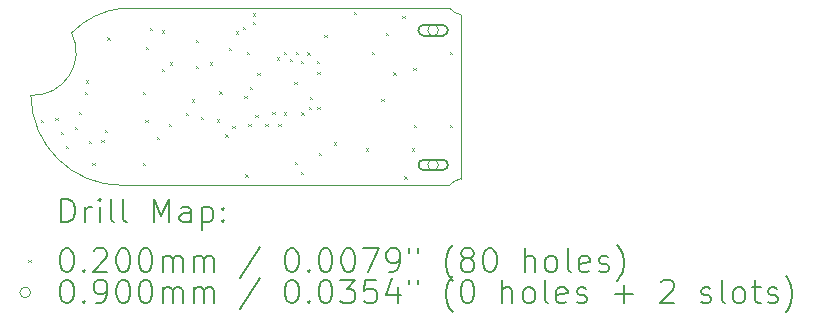
<source format=gbr>
%TF.GenerationSoftware,KiCad,Pcbnew,7.0.7*%
%TF.CreationDate,2024-04-01T13:08:05+02:00*%
%TF.ProjectId,ovrdrive,6f767264-7269-4766-952e-6b696361645f,rev?*%
%TF.SameCoordinates,Original*%
%TF.FileFunction,Drillmap*%
%TF.FilePolarity,Positive*%
%FSLAX45Y45*%
G04 Gerber Fmt 4.5, Leading zero omitted, Abs format (unit mm)*
G04 Created by KiCad (PCBNEW 7.0.7) date 2024-04-01 13:08:05*
%MOMM*%
%LPD*%
G01*
G04 APERTURE LIST*
%ADD10C,0.050000*%
%ADD11C,0.200000*%
%ADD12C,0.020000*%
%ADD13C,0.090000*%
G04 APERTURE END LIST*
D10*
X11580000Y-11162372D02*
X14348446Y-11162372D01*
X11579999Y-9662376D02*
G75*
G03*
X11150000Y-9870724I77211J-707254D01*
G01*
X10803822Y-10400780D02*
G75*
G03*
X11580000Y-11162372I770138J8570D01*
G01*
X14443451Y-11107373D02*
G75*
G03*
X14348452Y-11162372I32589J-165837D01*
G01*
X14348452Y-9662371D02*
G75*
G03*
X14443451Y-9717372I127588J110831D01*
G01*
X14443446Y-9717372D02*
X14443446Y-11107372D01*
X10803826Y-10400780D02*
G75*
G03*
X11150000Y-9870724I16251J367456D01*
G01*
X11580000Y-9662372D02*
X14348446Y-9662372D01*
D11*
D12*
X10890000Y-10610000D02*
X10910000Y-10630000D01*
X10910000Y-10610000D02*
X10890000Y-10630000D01*
X11010000Y-10590000D02*
X11030000Y-10610000D01*
X11030000Y-10590000D02*
X11010000Y-10610000D01*
X11056563Y-10710659D02*
X11076563Y-10730659D01*
X11076563Y-10710659D02*
X11056563Y-10730659D01*
X11100000Y-10830000D02*
X11120000Y-10850000D01*
X11120000Y-10830000D02*
X11100000Y-10850000D01*
X11175904Y-10667223D02*
X11195904Y-10687223D01*
X11195904Y-10667223D02*
X11175904Y-10687223D01*
X11210050Y-10539500D02*
X11230050Y-10559500D01*
X11230050Y-10539500D02*
X11210050Y-10559500D01*
X11260000Y-10370000D02*
X11280000Y-10390000D01*
X11280000Y-10370000D02*
X11260000Y-10390000D01*
X11270000Y-10272950D02*
X11290000Y-10292950D01*
X11290000Y-10272950D02*
X11270000Y-10292950D01*
X11293000Y-10785000D02*
X11313000Y-10805000D01*
X11313000Y-10785000D02*
X11293000Y-10805000D01*
X11325000Y-10970000D02*
X11345000Y-10990000D01*
X11345000Y-10970000D02*
X11325000Y-10990000D01*
X11400000Y-10780000D02*
X11420000Y-10800000D01*
X11420000Y-10780000D02*
X11400000Y-10800000D01*
X11430000Y-10690000D02*
X11450000Y-10710000D01*
X11450000Y-10690000D02*
X11430000Y-10710000D01*
X11450000Y-9910000D02*
X11470000Y-9930000D01*
X11470000Y-9910000D02*
X11450000Y-9930000D01*
X11750000Y-10370000D02*
X11770000Y-10390000D01*
X11770000Y-10370000D02*
X11750000Y-10390000D01*
X11750000Y-10970000D02*
X11770000Y-10990000D01*
X11770000Y-10970000D02*
X11750000Y-10990000D01*
X11774550Y-10610000D02*
X11794550Y-10630000D01*
X11794550Y-10610000D02*
X11774550Y-10630000D01*
X11780000Y-9990000D02*
X11800000Y-10010000D01*
X11800000Y-9990000D02*
X11780000Y-10010000D01*
X11810000Y-9830000D02*
X11830000Y-9850000D01*
X11830000Y-9830000D02*
X11810000Y-9850000D01*
X11870000Y-10750000D02*
X11890000Y-10770000D01*
X11890000Y-10750000D02*
X11870000Y-10770000D01*
X11914335Y-10174335D02*
X11934335Y-10194335D01*
X11934335Y-10174335D02*
X11914335Y-10194335D01*
X11915000Y-9850000D02*
X11935000Y-9870000D01*
X11935000Y-9850000D02*
X11915000Y-9870000D01*
X11970000Y-10640000D02*
X11990000Y-10660000D01*
X11990000Y-10640000D02*
X11970000Y-10660000D01*
X11980000Y-10120000D02*
X12000000Y-10140000D01*
X12000000Y-10120000D02*
X11980000Y-10140000D01*
X12118377Y-10550000D02*
X12138377Y-10570000D01*
X12138377Y-10550000D02*
X12118377Y-10570000D01*
X12167021Y-10432979D02*
X12187021Y-10452979D01*
X12187021Y-10432979D02*
X12167021Y-10452979D01*
X12200000Y-9930000D02*
X12220000Y-9950000D01*
X12220000Y-9930000D02*
X12200000Y-9950000D01*
X12200000Y-10150000D02*
X12220000Y-10170000D01*
X12220000Y-10150000D02*
X12200000Y-10170000D01*
X12245000Y-10585000D02*
X12265000Y-10605000D01*
X12265000Y-10585000D02*
X12245000Y-10605000D01*
X12320000Y-10120450D02*
X12340000Y-10140450D01*
X12340000Y-10120450D02*
X12320000Y-10140450D01*
X12380000Y-10605000D02*
X12400000Y-10625000D01*
X12400000Y-10605000D02*
X12380000Y-10625000D01*
X12400450Y-10366415D02*
X12420450Y-10386415D01*
X12420450Y-10366415D02*
X12400450Y-10386415D01*
X12450000Y-10730000D02*
X12470000Y-10750000D01*
X12470000Y-10730000D02*
X12450000Y-10750000D01*
X12480000Y-10000000D02*
X12500000Y-10020000D01*
X12500000Y-10000000D02*
X12480000Y-10020000D01*
X12510000Y-10660000D02*
X12530000Y-10680000D01*
X12530000Y-10660000D02*
X12510000Y-10680000D01*
X12540000Y-9860000D02*
X12560000Y-9880000D01*
X12560000Y-9860000D02*
X12540000Y-9880000D01*
X12597270Y-9817950D02*
X12617270Y-9837950D01*
X12617270Y-9817950D02*
X12597270Y-9837950D01*
X12610450Y-10405000D02*
X12630450Y-10425000D01*
X12630450Y-10405000D02*
X12610450Y-10425000D01*
X12620000Y-11070000D02*
X12640000Y-11090000D01*
X12640000Y-11070000D02*
X12620000Y-11090000D01*
X12630000Y-10030000D02*
X12650000Y-10050000D01*
X12650000Y-10030000D02*
X12630000Y-10050000D01*
X12645000Y-10640000D02*
X12665000Y-10660000D01*
X12665000Y-10640000D02*
X12645000Y-10660000D01*
X12657737Y-10328465D02*
X12677737Y-10348465D01*
X12677737Y-10328465D02*
X12657737Y-10348465D01*
X12685000Y-9705000D02*
X12705000Y-9725000D01*
X12705000Y-9705000D02*
X12685000Y-9725000D01*
X12685000Y-9780000D02*
X12705000Y-9800000D01*
X12705000Y-9780000D02*
X12685000Y-9800000D01*
X12705000Y-10564050D02*
X12725000Y-10584050D01*
X12725000Y-10564050D02*
X12705000Y-10584050D01*
X12720000Y-10210000D02*
X12740000Y-10230000D01*
X12740000Y-10210000D02*
X12720000Y-10230000D01*
X12790000Y-10640000D02*
X12810000Y-10660000D01*
X12810000Y-10640000D02*
X12790000Y-10660000D01*
X12850000Y-10540000D02*
X12870000Y-10560000D01*
X12870000Y-10540000D02*
X12850000Y-10560000D01*
X12889186Y-10077986D02*
X12909186Y-10097986D01*
X12909186Y-10077986D02*
X12889186Y-10097986D01*
X12900000Y-10640000D02*
X12920000Y-10660000D01*
X12920000Y-10640000D02*
X12900000Y-10660000D01*
X12945000Y-10030000D02*
X12965000Y-10050000D01*
X12965000Y-10030000D02*
X12945000Y-10050000D01*
X12945000Y-10544050D02*
X12965000Y-10564050D01*
X12965000Y-10544050D02*
X12945000Y-10564050D01*
X12995000Y-10091000D02*
X13015000Y-10111000D01*
X13015000Y-10091000D02*
X12995000Y-10111000D01*
X13035000Y-10285000D02*
X13055000Y-10305000D01*
X13055000Y-10285000D02*
X13035000Y-10305000D01*
X13040000Y-10965000D02*
X13060000Y-10985000D01*
X13060000Y-10965000D02*
X13040000Y-10985000D01*
X13050000Y-10030000D02*
X13070000Y-10050000D01*
X13070000Y-10030000D02*
X13050000Y-10050000D01*
X13090000Y-10110000D02*
X13110000Y-10130000D01*
X13110000Y-10110000D02*
X13090000Y-10130000D01*
X13090000Y-11050000D02*
X13110000Y-11070000D01*
X13110000Y-11050000D02*
X13090000Y-11070000D01*
X13095000Y-10544050D02*
X13115000Y-10564050D01*
X13115000Y-10544050D02*
X13095000Y-10564050D01*
X13145000Y-10035000D02*
X13165000Y-10055000D01*
X13165000Y-10035000D02*
X13145000Y-10055000D01*
X13160000Y-10500000D02*
X13180000Y-10520000D01*
X13180000Y-10500000D02*
X13160000Y-10520000D01*
X13165000Y-10412000D02*
X13185000Y-10432000D01*
X13185000Y-10412000D02*
X13165000Y-10432000D01*
X13225000Y-10110000D02*
X13245000Y-10130000D01*
X13245000Y-10110000D02*
X13225000Y-10130000D01*
X13230000Y-10200000D02*
X13250000Y-10220000D01*
X13250000Y-10200000D02*
X13230000Y-10220000D01*
X13230000Y-10500000D02*
X13250000Y-10520000D01*
X13250000Y-10500000D02*
X13230000Y-10520000D01*
X13240000Y-10890000D02*
X13260000Y-10910000D01*
X13260000Y-10890000D02*
X13240000Y-10910000D01*
X13290000Y-9890000D02*
X13310000Y-9910000D01*
X13310000Y-9890000D02*
X13290000Y-9910000D01*
X13370000Y-10799550D02*
X13390000Y-10819550D01*
X13390000Y-10799550D02*
X13370000Y-10819550D01*
X13540000Y-9695000D02*
X13560000Y-9715000D01*
X13560000Y-9695000D02*
X13540000Y-9715000D01*
X13640000Y-10850000D02*
X13660000Y-10870000D01*
X13660000Y-10850000D02*
X13640000Y-10870000D01*
X13690000Y-10030000D02*
X13710000Y-10050000D01*
X13710000Y-10030000D02*
X13690000Y-10050000D01*
X13770000Y-10430000D02*
X13790000Y-10450000D01*
X13790000Y-10430000D02*
X13770000Y-10450000D01*
X13810000Y-9870000D02*
X13830000Y-9890000D01*
X13830000Y-9870000D02*
X13810000Y-9890000D01*
X13872563Y-10205769D02*
X13892563Y-10225769D01*
X13892563Y-10205769D02*
X13872563Y-10225769D01*
X13950000Y-9730000D02*
X13970000Y-9750000D01*
X13970000Y-9730000D02*
X13950000Y-9750000D01*
X13965000Y-11085000D02*
X13985000Y-11105000D01*
X13985000Y-11085000D02*
X13965000Y-11105000D01*
X14030000Y-10850000D02*
X14050000Y-10870000D01*
X14050000Y-10850000D02*
X14030000Y-10870000D01*
X14042050Y-10170000D02*
X14062050Y-10190000D01*
X14062050Y-10170000D02*
X14042050Y-10190000D01*
X14047050Y-10650000D02*
X14067050Y-10670000D01*
X14067050Y-10650000D02*
X14047050Y-10670000D01*
X14350000Y-10030000D02*
X14370000Y-10050000D01*
X14370000Y-10030000D02*
X14350000Y-10050000D01*
X14350000Y-10650000D02*
X14370000Y-10670000D01*
X14370000Y-10650000D02*
X14350000Y-10670000D01*
D13*
X14255000Y-9850000D02*
G75*
G03*
X14255000Y-9850000I-45000J0D01*
G01*
D11*
X14130000Y-9895000D02*
X14290000Y-9895000D01*
X14290000Y-9895000D02*
G75*
G03*
X14290000Y-9805000I0J45000D01*
G01*
X14290000Y-9805000D02*
X14130000Y-9805000D01*
X14130000Y-9805000D02*
G75*
G03*
X14130000Y-9895000I0J-45000D01*
G01*
D13*
X14255000Y-10990000D02*
G75*
G03*
X14255000Y-10990000I-45000J0D01*
G01*
D11*
X14130000Y-11035000D02*
X14290000Y-11035000D01*
X14290000Y-11035000D02*
G75*
G03*
X14290000Y-10945000I0J45000D01*
G01*
X14290000Y-10945000D02*
X14130000Y-10945000D01*
X14130000Y-10945000D02*
G75*
G03*
X14130000Y-11035000I0J-45000D01*
G01*
X11062103Y-11476379D02*
X11062103Y-11276379D01*
X11062103Y-11276379D02*
X11109722Y-11276379D01*
X11109722Y-11276379D02*
X11138294Y-11285903D01*
X11138294Y-11285903D02*
X11157341Y-11304951D01*
X11157341Y-11304951D02*
X11166865Y-11323998D01*
X11166865Y-11323998D02*
X11176389Y-11362094D01*
X11176389Y-11362094D02*
X11176389Y-11390665D01*
X11176389Y-11390665D02*
X11166865Y-11428760D01*
X11166865Y-11428760D02*
X11157341Y-11447808D01*
X11157341Y-11447808D02*
X11138294Y-11466856D01*
X11138294Y-11466856D02*
X11109722Y-11476379D01*
X11109722Y-11476379D02*
X11062103Y-11476379D01*
X11262103Y-11476379D02*
X11262103Y-11343046D01*
X11262103Y-11381141D02*
X11271627Y-11362094D01*
X11271627Y-11362094D02*
X11281151Y-11352570D01*
X11281151Y-11352570D02*
X11300198Y-11343046D01*
X11300198Y-11343046D02*
X11319246Y-11343046D01*
X11385913Y-11476379D02*
X11385913Y-11343046D01*
X11385913Y-11276379D02*
X11376389Y-11285903D01*
X11376389Y-11285903D02*
X11385913Y-11295427D01*
X11385913Y-11295427D02*
X11395436Y-11285903D01*
X11395436Y-11285903D02*
X11385913Y-11276379D01*
X11385913Y-11276379D02*
X11385913Y-11295427D01*
X11509722Y-11476379D02*
X11490674Y-11466856D01*
X11490674Y-11466856D02*
X11481151Y-11447808D01*
X11481151Y-11447808D02*
X11481151Y-11276379D01*
X11614484Y-11476379D02*
X11595436Y-11466856D01*
X11595436Y-11466856D02*
X11585913Y-11447808D01*
X11585913Y-11447808D02*
X11585913Y-11276379D01*
X11843055Y-11476379D02*
X11843055Y-11276379D01*
X11843055Y-11276379D02*
X11909722Y-11419236D01*
X11909722Y-11419236D02*
X11976389Y-11276379D01*
X11976389Y-11276379D02*
X11976389Y-11476379D01*
X12157341Y-11476379D02*
X12157341Y-11371617D01*
X12157341Y-11371617D02*
X12147817Y-11352570D01*
X12147817Y-11352570D02*
X12128770Y-11343046D01*
X12128770Y-11343046D02*
X12090674Y-11343046D01*
X12090674Y-11343046D02*
X12071627Y-11352570D01*
X12157341Y-11466856D02*
X12138294Y-11476379D01*
X12138294Y-11476379D02*
X12090674Y-11476379D01*
X12090674Y-11476379D02*
X12071627Y-11466856D01*
X12071627Y-11466856D02*
X12062103Y-11447808D01*
X12062103Y-11447808D02*
X12062103Y-11428760D01*
X12062103Y-11428760D02*
X12071627Y-11409713D01*
X12071627Y-11409713D02*
X12090674Y-11400189D01*
X12090674Y-11400189D02*
X12138294Y-11400189D01*
X12138294Y-11400189D02*
X12157341Y-11390665D01*
X12252579Y-11343046D02*
X12252579Y-11543046D01*
X12252579Y-11352570D02*
X12271627Y-11343046D01*
X12271627Y-11343046D02*
X12309722Y-11343046D01*
X12309722Y-11343046D02*
X12328770Y-11352570D01*
X12328770Y-11352570D02*
X12338294Y-11362094D01*
X12338294Y-11362094D02*
X12347817Y-11381141D01*
X12347817Y-11381141D02*
X12347817Y-11438284D01*
X12347817Y-11438284D02*
X12338294Y-11457332D01*
X12338294Y-11457332D02*
X12328770Y-11466856D01*
X12328770Y-11466856D02*
X12309722Y-11476379D01*
X12309722Y-11476379D02*
X12271627Y-11476379D01*
X12271627Y-11476379D02*
X12252579Y-11466856D01*
X12433532Y-11457332D02*
X12443055Y-11466856D01*
X12443055Y-11466856D02*
X12433532Y-11476379D01*
X12433532Y-11476379D02*
X12424008Y-11466856D01*
X12424008Y-11466856D02*
X12433532Y-11457332D01*
X12433532Y-11457332D02*
X12433532Y-11476379D01*
X12433532Y-11352570D02*
X12443055Y-11362094D01*
X12443055Y-11362094D02*
X12433532Y-11371617D01*
X12433532Y-11371617D02*
X12424008Y-11362094D01*
X12424008Y-11362094D02*
X12433532Y-11352570D01*
X12433532Y-11352570D02*
X12433532Y-11371617D01*
D12*
X10781326Y-11794896D02*
X10801326Y-11814896D01*
X10801326Y-11794896D02*
X10781326Y-11814896D01*
D11*
X11100198Y-11696379D02*
X11119246Y-11696379D01*
X11119246Y-11696379D02*
X11138294Y-11705903D01*
X11138294Y-11705903D02*
X11147817Y-11715427D01*
X11147817Y-11715427D02*
X11157341Y-11734475D01*
X11157341Y-11734475D02*
X11166865Y-11772570D01*
X11166865Y-11772570D02*
X11166865Y-11820189D01*
X11166865Y-11820189D02*
X11157341Y-11858284D01*
X11157341Y-11858284D02*
X11147817Y-11877332D01*
X11147817Y-11877332D02*
X11138294Y-11886856D01*
X11138294Y-11886856D02*
X11119246Y-11896379D01*
X11119246Y-11896379D02*
X11100198Y-11896379D01*
X11100198Y-11896379D02*
X11081151Y-11886856D01*
X11081151Y-11886856D02*
X11071627Y-11877332D01*
X11071627Y-11877332D02*
X11062103Y-11858284D01*
X11062103Y-11858284D02*
X11052579Y-11820189D01*
X11052579Y-11820189D02*
X11052579Y-11772570D01*
X11052579Y-11772570D02*
X11062103Y-11734475D01*
X11062103Y-11734475D02*
X11071627Y-11715427D01*
X11071627Y-11715427D02*
X11081151Y-11705903D01*
X11081151Y-11705903D02*
X11100198Y-11696379D01*
X11252579Y-11877332D02*
X11262103Y-11886856D01*
X11262103Y-11886856D02*
X11252579Y-11896379D01*
X11252579Y-11896379D02*
X11243055Y-11886856D01*
X11243055Y-11886856D02*
X11252579Y-11877332D01*
X11252579Y-11877332D02*
X11252579Y-11896379D01*
X11338294Y-11715427D02*
X11347817Y-11705903D01*
X11347817Y-11705903D02*
X11366865Y-11696379D01*
X11366865Y-11696379D02*
X11414484Y-11696379D01*
X11414484Y-11696379D02*
X11433532Y-11705903D01*
X11433532Y-11705903D02*
X11443055Y-11715427D01*
X11443055Y-11715427D02*
X11452579Y-11734475D01*
X11452579Y-11734475D02*
X11452579Y-11753522D01*
X11452579Y-11753522D02*
X11443055Y-11782094D01*
X11443055Y-11782094D02*
X11328770Y-11896379D01*
X11328770Y-11896379D02*
X11452579Y-11896379D01*
X11576389Y-11696379D02*
X11595436Y-11696379D01*
X11595436Y-11696379D02*
X11614484Y-11705903D01*
X11614484Y-11705903D02*
X11624008Y-11715427D01*
X11624008Y-11715427D02*
X11633532Y-11734475D01*
X11633532Y-11734475D02*
X11643055Y-11772570D01*
X11643055Y-11772570D02*
X11643055Y-11820189D01*
X11643055Y-11820189D02*
X11633532Y-11858284D01*
X11633532Y-11858284D02*
X11624008Y-11877332D01*
X11624008Y-11877332D02*
X11614484Y-11886856D01*
X11614484Y-11886856D02*
X11595436Y-11896379D01*
X11595436Y-11896379D02*
X11576389Y-11896379D01*
X11576389Y-11896379D02*
X11557341Y-11886856D01*
X11557341Y-11886856D02*
X11547817Y-11877332D01*
X11547817Y-11877332D02*
X11538294Y-11858284D01*
X11538294Y-11858284D02*
X11528770Y-11820189D01*
X11528770Y-11820189D02*
X11528770Y-11772570D01*
X11528770Y-11772570D02*
X11538294Y-11734475D01*
X11538294Y-11734475D02*
X11547817Y-11715427D01*
X11547817Y-11715427D02*
X11557341Y-11705903D01*
X11557341Y-11705903D02*
X11576389Y-11696379D01*
X11766865Y-11696379D02*
X11785913Y-11696379D01*
X11785913Y-11696379D02*
X11804960Y-11705903D01*
X11804960Y-11705903D02*
X11814484Y-11715427D01*
X11814484Y-11715427D02*
X11824008Y-11734475D01*
X11824008Y-11734475D02*
X11833532Y-11772570D01*
X11833532Y-11772570D02*
X11833532Y-11820189D01*
X11833532Y-11820189D02*
X11824008Y-11858284D01*
X11824008Y-11858284D02*
X11814484Y-11877332D01*
X11814484Y-11877332D02*
X11804960Y-11886856D01*
X11804960Y-11886856D02*
X11785913Y-11896379D01*
X11785913Y-11896379D02*
X11766865Y-11896379D01*
X11766865Y-11896379D02*
X11747817Y-11886856D01*
X11747817Y-11886856D02*
X11738294Y-11877332D01*
X11738294Y-11877332D02*
X11728770Y-11858284D01*
X11728770Y-11858284D02*
X11719246Y-11820189D01*
X11719246Y-11820189D02*
X11719246Y-11772570D01*
X11719246Y-11772570D02*
X11728770Y-11734475D01*
X11728770Y-11734475D02*
X11738294Y-11715427D01*
X11738294Y-11715427D02*
X11747817Y-11705903D01*
X11747817Y-11705903D02*
X11766865Y-11696379D01*
X11919246Y-11896379D02*
X11919246Y-11763046D01*
X11919246Y-11782094D02*
X11928770Y-11772570D01*
X11928770Y-11772570D02*
X11947817Y-11763046D01*
X11947817Y-11763046D02*
X11976389Y-11763046D01*
X11976389Y-11763046D02*
X11995436Y-11772570D01*
X11995436Y-11772570D02*
X12004960Y-11791617D01*
X12004960Y-11791617D02*
X12004960Y-11896379D01*
X12004960Y-11791617D02*
X12014484Y-11772570D01*
X12014484Y-11772570D02*
X12033532Y-11763046D01*
X12033532Y-11763046D02*
X12062103Y-11763046D01*
X12062103Y-11763046D02*
X12081151Y-11772570D01*
X12081151Y-11772570D02*
X12090675Y-11791617D01*
X12090675Y-11791617D02*
X12090675Y-11896379D01*
X12185913Y-11896379D02*
X12185913Y-11763046D01*
X12185913Y-11782094D02*
X12195436Y-11772570D01*
X12195436Y-11772570D02*
X12214484Y-11763046D01*
X12214484Y-11763046D02*
X12243056Y-11763046D01*
X12243056Y-11763046D02*
X12262103Y-11772570D01*
X12262103Y-11772570D02*
X12271627Y-11791617D01*
X12271627Y-11791617D02*
X12271627Y-11896379D01*
X12271627Y-11791617D02*
X12281151Y-11772570D01*
X12281151Y-11772570D02*
X12300198Y-11763046D01*
X12300198Y-11763046D02*
X12328770Y-11763046D01*
X12328770Y-11763046D02*
X12347817Y-11772570D01*
X12347817Y-11772570D02*
X12357341Y-11791617D01*
X12357341Y-11791617D02*
X12357341Y-11896379D01*
X12747817Y-11686856D02*
X12576389Y-11943998D01*
X13004960Y-11696379D02*
X13024008Y-11696379D01*
X13024008Y-11696379D02*
X13043056Y-11705903D01*
X13043056Y-11705903D02*
X13052579Y-11715427D01*
X13052579Y-11715427D02*
X13062103Y-11734475D01*
X13062103Y-11734475D02*
X13071627Y-11772570D01*
X13071627Y-11772570D02*
X13071627Y-11820189D01*
X13071627Y-11820189D02*
X13062103Y-11858284D01*
X13062103Y-11858284D02*
X13052579Y-11877332D01*
X13052579Y-11877332D02*
X13043056Y-11886856D01*
X13043056Y-11886856D02*
X13024008Y-11896379D01*
X13024008Y-11896379D02*
X13004960Y-11896379D01*
X13004960Y-11896379D02*
X12985913Y-11886856D01*
X12985913Y-11886856D02*
X12976389Y-11877332D01*
X12976389Y-11877332D02*
X12966865Y-11858284D01*
X12966865Y-11858284D02*
X12957341Y-11820189D01*
X12957341Y-11820189D02*
X12957341Y-11772570D01*
X12957341Y-11772570D02*
X12966865Y-11734475D01*
X12966865Y-11734475D02*
X12976389Y-11715427D01*
X12976389Y-11715427D02*
X12985913Y-11705903D01*
X12985913Y-11705903D02*
X13004960Y-11696379D01*
X13157341Y-11877332D02*
X13166865Y-11886856D01*
X13166865Y-11886856D02*
X13157341Y-11896379D01*
X13157341Y-11896379D02*
X13147818Y-11886856D01*
X13147818Y-11886856D02*
X13157341Y-11877332D01*
X13157341Y-11877332D02*
X13157341Y-11896379D01*
X13290675Y-11696379D02*
X13309722Y-11696379D01*
X13309722Y-11696379D02*
X13328770Y-11705903D01*
X13328770Y-11705903D02*
X13338294Y-11715427D01*
X13338294Y-11715427D02*
X13347818Y-11734475D01*
X13347818Y-11734475D02*
X13357341Y-11772570D01*
X13357341Y-11772570D02*
X13357341Y-11820189D01*
X13357341Y-11820189D02*
X13347818Y-11858284D01*
X13347818Y-11858284D02*
X13338294Y-11877332D01*
X13338294Y-11877332D02*
X13328770Y-11886856D01*
X13328770Y-11886856D02*
X13309722Y-11896379D01*
X13309722Y-11896379D02*
X13290675Y-11896379D01*
X13290675Y-11896379D02*
X13271627Y-11886856D01*
X13271627Y-11886856D02*
X13262103Y-11877332D01*
X13262103Y-11877332D02*
X13252579Y-11858284D01*
X13252579Y-11858284D02*
X13243056Y-11820189D01*
X13243056Y-11820189D02*
X13243056Y-11772570D01*
X13243056Y-11772570D02*
X13252579Y-11734475D01*
X13252579Y-11734475D02*
X13262103Y-11715427D01*
X13262103Y-11715427D02*
X13271627Y-11705903D01*
X13271627Y-11705903D02*
X13290675Y-11696379D01*
X13481151Y-11696379D02*
X13500199Y-11696379D01*
X13500199Y-11696379D02*
X13519246Y-11705903D01*
X13519246Y-11705903D02*
X13528770Y-11715427D01*
X13528770Y-11715427D02*
X13538294Y-11734475D01*
X13538294Y-11734475D02*
X13547818Y-11772570D01*
X13547818Y-11772570D02*
X13547818Y-11820189D01*
X13547818Y-11820189D02*
X13538294Y-11858284D01*
X13538294Y-11858284D02*
X13528770Y-11877332D01*
X13528770Y-11877332D02*
X13519246Y-11886856D01*
X13519246Y-11886856D02*
X13500199Y-11896379D01*
X13500199Y-11896379D02*
X13481151Y-11896379D01*
X13481151Y-11896379D02*
X13462103Y-11886856D01*
X13462103Y-11886856D02*
X13452579Y-11877332D01*
X13452579Y-11877332D02*
X13443056Y-11858284D01*
X13443056Y-11858284D02*
X13433532Y-11820189D01*
X13433532Y-11820189D02*
X13433532Y-11772570D01*
X13433532Y-11772570D02*
X13443056Y-11734475D01*
X13443056Y-11734475D02*
X13452579Y-11715427D01*
X13452579Y-11715427D02*
X13462103Y-11705903D01*
X13462103Y-11705903D02*
X13481151Y-11696379D01*
X13614484Y-11696379D02*
X13747818Y-11696379D01*
X13747818Y-11696379D02*
X13662103Y-11896379D01*
X13833532Y-11896379D02*
X13871627Y-11896379D01*
X13871627Y-11896379D02*
X13890675Y-11886856D01*
X13890675Y-11886856D02*
X13900199Y-11877332D01*
X13900199Y-11877332D02*
X13919246Y-11848760D01*
X13919246Y-11848760D02*
X13928770Y-11810665D01*
X13928770Y-11810665D02*
X13928770Y-11734475D01*
X13928770Y-11734475D02*
X13919246Y-11715427D01*
X13919246Y-11715427D02*
X13909722Y-11705903D01*
X13909722Y-11705903D02*
X13890675Y-11696379D01*
X13890675Y-11696379D02*
X13852579Y-11696379D01*
X13852579Y-11696379D02*
X13833532Y-11705903D01*
X13833532Y-11705903D02*
X13824008Y-11715427D01*
X13824008Y-11715427D02*
X13814484Y-11734475D01*
X13814484Y-11734475D02*
X13814484Y-11782094D01*
X13814484Y-11782094D02*
X13824008Y-11801141D01*
X13824008Y-11801141D02*
X13833532Y-11810665D01*
X13833532Y-11810665D02*
X13852579Y-11820189D01*
X13852579Y-11820189D02*
X13890675Y-11820189D01*
X13890675Y-11820189D02*
X13909722Y-11810665D01*
X13909722Y-11810665D02*
X13919246Y-11801141D01*
X13919246Y-11801141D02*
X13928770Y-11782094D01*
X14004960Y-11696379D02*
X14004960Y-11734475D01*
X14081151Y-11696379D02*
X14081151Y-11734475D01*
X14376389Y-11972570D02*
X14366865Y-11963046D01*
X14366865Y-11963046D02*
X14347818Y-11934475D01*
X14347818Y-11934475D02*
X14338294Y-11915427D01*
X14338294Y-11915427D02*
X14328770Y-11886856D01*
X14328770Y-11886856D02*
X14319246Y-11839236D01*
X14319246Y-11839236D02*
X14319246Y-11801141D01*
X14319246Y-11801141D02*
X14328770Y-11753522D01*
X14328770Y-11753522D02*
X14338294Y-11724951D01*
X14338294Y-11724951D02*
X14347818Y-11705903D01*
X14347818Y-11705903D02*
X14366865Y-11677332D01*
X14366865Y-11677332D02*
X14376389Y-11667808D01*
X14481151Y-11782094D02*
X14462103Y-11772570D01*
X14462103Y-11772570D02*
X14452580Y-11763046D01*
X14452580Y-11763046D02*
X14443056Y-11743998D01*
X14443056Y-11743998D02*
X14443056Y-11734475D01*
X14443056Y-11734475D02*
X14452580Y-11715427D01*
X14452580Y-11715427D02*
X14462103Y-11705903D01*
X14462103Y-11705903D02*
X14481151Y-11696379D01*
X14481151Y-11696379D02*
X14519246Y-11696379D01*
X14519246Y-11696379D02*
X14538294Y-11705903D01*
X14538294Y-11705903D02*
X14547818Y-11715427D01*
X14547818Y-11715427D02*
X14557341Y-11734475D01*
X14557341Y-11734475D02*
X14557341Y-11743998D01*
X14557341Y-11743998D02*
X14547818Y-11763046D01*
X14547818Y-11763046D02*
X14538294Y-11772570D01*
X14538294Y-11772570D02*
X14519246Y-11782094D01*
X14519246Y-11782094D02*
X14481151Y-11782094D01*
X14481151Y-11782094D02*
X14462103Y-11791617D01*
X14462103Y-11791617D02*
X14452580Y-11801141D01*
X14452580Y-11801141D02*
X14443056Y-11820189D01*
X14443056Y-11820189D02*
X14443056Y-11858284D01*
X14443056Y-11858284D02*
X14452580Y-11877332D01*
X14452580Y-11877332D02*
X14462103Y-11886856D01*
X14462103Y-11886856D02*
X14481151Y-11896379D01*
X14481151Y-11896379D02*
X14519246Y-11896379D01*
X14519246Y-11896379D02*
X14538294Y-11886856D01*
X14538294Y-11886856D02*
X14547818Y-11877332D01*
X14547818Y-11877332D02*
X14557341Y-11858284D01*
X14557341Y-11858284D02*
X14557341Y-11820189D01*
X14557341Y-11820189D02*
X14547818Y-11801141D01*
X14547818Y-11801141D02*
X14538294Y-11791617D01*
X14538294Y-11791617D02*
X14519246Y-11782094D01*
X14681151Y-11696379D02*
X14700199Y-11696379D01*
X14700199Y-11696379D02*
X14719246Y-11705903D01*
X14719246Y-11705903D02*
X14728770Y-11715427D01*
X14728770Y-11715427D02*
X14738294Y-11734475D01*
X14738294Y-11734475D02*
X14747818Y-11772570D01*
X14747818Y-11772570D02*
X14747818Y-11820189D01*
X14747818Y-11820189D02*
X14738294Y-11858284D01*
X14738294Y-11858284D02*
X14728770Y-11877332D01*
X14728770Y-11877332D02*
X14719246Y-11886856D01*
X14719246Y-11886856D02*
X14700199Y-11896379D01*
X14700199Y-11896379D02*
X14681151Y-11896379D01*
X14681151Y-11896379D02*
X14662103Y-11886856D01*
X14662103Y-11886856D02*
X14652580Y-11877332D01*
X14652580Y-11877332D02*
X14643056Y-11858284D01*
X14643056Y-11858284D02*
X14633532Y-11820189D01*
X14633532Y-11820189D02*
X14633532Y-11772570D01*
X14633532Y-11772570D02*
X14643056Y-11734475D01*
X14643056Y-11734475D02*
X14652580Y-11715427D01*
X14652580Y-11715427D02*
X14662103Y-11705903D01*
X14662103Y-11705903D02*
X14681151Y-11696379D01*
X14985913Y-11896379D02*
X14985913Y-11696379D01*
X15071627Y-11896379D02*
X15071627Y-11791617D01*
X15071627Y-11791617D02*
X15062103Y-11772570D01*
X15062103Y-11772570D02*
X15043056Y-11763046D01*
X15043056Y-11763046D02*
X15014484Y-11763046D01*
X15014484Y-11763046D02*
X14995437Y-11772570D01*
X14995437Y-11772570D02*
X14985913Y-11782094D01*
X15195437Y-11896379D02*
X15176389Y-11886856D01*
X15176389Y-11886856D02*
X15166865Y-11877332D01*
X15166865Y-11877332D02*
X15157342Y-11858284D01*
X15157342Y-11858284D02*
X15157342Y-11801141D01*
X15157342Y-11801141D02*
X15166865Y-11782094D01*
X15166865Y-11782094D02*
X15176389Y-11772570D01*
X15176389Y-11772570D02*
X15195437Y-11763046D01*
X15195437Y-11763046D02*
X15224008Y-11763046D01*
X15224008Y-11763046D02*
X15243056Y-11772570D01*
X15243056Y-11772570D02*
X15252580Y-11782094D01*
X15252580Y-11782094D02*
X15262103Y-11801141D01*
X15262103Y-11801141D02*
X15262103Y-11858284D01*
X15262103Y-11858284D02*
X15252580Y-11877332D01*
X15252580Y-11877332D02*
X15243056Y-11886856D01*
X15243056Y-11886856D02*
X15224008Y-11896379D01*
X15224008Y-11896379D02*
X15195437Y-11896379D01*
X15376389Y-11896379D02*
X15357342Y-11886856D01*
X15357342Y-11886856D02*
X15347818Y-11867808D01*
X15347818Y-11867808D02*
X15347818Y-11696379D01*
X15528770Y-11886856D02*
X15509723Y-11896379D01*
X15509723Y-11896379D02*
X15471627Y-11896379D01*
X15471627Y-11896379D02*
X15452580Y-11886856D01*
X15452580Y-11886856D02*
X15443056Y-11867808D01*
X15443056Y-11867808D02*
X15443056Y-11791617D01*
X15443056Y-11791617D02*
X15452580Y-11772570D01*
X15452580Y-11772570D02*
X15471627Y-11763046D01*
X15471627Y-11763046D02*
X15509723Y-11763046D01*
X15509723Y-11763046D02*
X15528770Y-11772570D01*
X15528770Y-11772570D02*
X15538294Y-11791617D01*
X15538294Y-11791617D02*
X15538294Y-11810665D01*
X15538294Y-11810665D02*
X15443056Y-11829713D01*
X15614484Y-11886856D02*
X15633532Y-11896379D01*
X15633532Y-11896379D02*
X15671627Y-11896379D01*
X15671627Y-11896379D02*
X15690675Y-11886856D01*
X15690675Y-11886856D02*
X15700199Y-11867808D01*
X15700199Y-11867808D02*
X15700199Y-11858284D01*
X15700199Y-11858284D02*
X15690675Y-11839236D01*
X15690675Y-11839236D02*
X15671627Y-11829713D01*
X15671627Y-11829713D02*
X15643056Y-11829713D01*
X15643056Y-11829713D02*
X15624008Y-11820189D01*
X15624008Y-11820189D02*
X15614484Y-11801141D01*
X15614484Y-11801141D02*
X15614484Y-11791617D01*
X15614484Y-11791617D02*
X15624008Y-11772570D01*
X15624008Y-11772570D02*
X15643056Y-11763046D01*
X15643056Y-11763046D02*
X15671627Y-11763046D01*
X15671627Y-11763046D02*
X15690675Y-11772570D01*
X15766865Y-11972570D02*
X15776389Y-11963046D01*
X15776389Y-11963046D02*
X15795437Y-11934475D01*
X15795437Y-11934475D02*
X15804961Y-11915427D01*
X15804961Y-11915427D02*
X15814484Y-11886856D01*
X15814484Y-11886856D02*
X15824008Y-11839236D01*
X15824008Y-11839236D02*
X15824008Y-11801141D01*
X15824008Y-11801141D02*
X15814484Y-11753522D01*
X15814484Y-11753522D02*
X15804961Y-11724951D01*
X15804961Y-11724951D02*
X15795437Y-11705903D01*
X15795437Y-11705903D02*
X15776389Y-11677332D01*
X15776389Y-11677332D02*
X15766865Y-11667808D01*
D13*
X10801326Y-12068896D02*
G75*
G03*
X10801326Y-12068896I-45000J0D01*
G01*
D11*
X11100198Y-11960379D02*
X11119246Y-11960379D01*
X11119246Y-11960379D02*
X11138294Y-11969903D01*
X11138294Y-11969903D02*
X11147817Y-11979427D01*
X11147817Y-11979427D02*
X11157341Y-11998475D01*
X11157341Y-11998475D02*
X11166865Y-12036570D01*
X11166865Y-12036570D02*
X11166865Y-12084189D01*
X11166865Y-12084189D02*
X11157341Y-12122284D01*
X11157341Y-12122284D02*
X11147817Y-12141332D01*
X11147817Y-12141332D02*
X11138294Y-12150856D01*
X11138294Y-12150856D02*
X11119246Y-12160379D01*
X11119246Y-12160379D02*
X11100198Y-12160379D01*
X11100198Y-12160379D02*
X11081151Y-12150856D01*
X11081151Y-12150856D02*
X11071627Y-12141332D01*
X11071627Y-12141332D02*
X11062103Y-12122284D01*
X11062103Y-12122284D02*
X11052579Y-12084189D01*
X11052579Y-12084189D02*
X11052579Y-12036570D01*
X11052579Y-12036570D02*
X11062103Y-11998475D01*
X11062103Y-11998475D02*
X11071627Y-11979427D01*
X11071627Y-11979427D02*
X11081151Y-11969903D01*
X11081151Y-11969903D02*
X11100198Y-11960379D01*
X11252579Y-12141332D02*
X11262103Y-12150856D01*
X11262103Y-12150856D02*
X11252579Y-12160379D01*
X11252579Y-12160379D02*
X11243055Y-12150856D01*
X11243055Y-12150856D02*
X11252579Y-12141332D01*
X11252579Y-12141332D02*
X11252579Y-12160379D01*
X11357341Y-12160379D02*
X11395436Y-12160379D01*
X11395436Y-12160379D02*
X11414484Y-12150856D01*
X11414484Y-12150856D02*
X11424008Y-12141332D01*
X11424008Y-12141332D02*
X11443055Y-12112760D01*
X11443055Y-12112760D02*
X11452579Y-12074665D01*
X11452579Y-12074665D02*
X11452579Y-11998475D01*
X11452579Y-11998475D02*
X11443055Y-11979427D01*
X11443055Y-11979427D02*
X11433532Y-11969903D01*
X11433532Y-11969903D02*
X11414484Y-11960379D01*
X11414484Y-11960379D02*
X11376389Y-11960379D01*
X11376389Y-11960379D02*
X11357341Y-11969903D01*
X11357341Y-11969903D02*
X11347817Y-11979427D01*
X11347817Y-11979427D02*
X11338294Y-11998475D01*
X11338294Y-11998475D02*
X11338294Y-12046094D01*
X11338294Y-12046094D02*
X11347817Y-12065141D01*
X11347817Y-12065141D02*
X11357341Y-12074665D01*
X11357341Y-12074665D02*
X11376389Y-12084189D01*
X11376389Y-12084189D02*
X11414484Y-12084189D01*
X11414484Y-12084189D02*
X11433532Y-12074665D01*
X11433532Y-12074665D02*
X11443055Y-12065141D01*
X11443055Y-12065141D02*
X11452579Y-12046094D01*
X11576389Y-11960379D02*
X11595436Y-11960379D01*
X11595436Y-11960379D02*
X11614484Y-11969903D01*
X11614484Y-11969903D02*
X11624008Y-11979427D01*
X11624008Y-11979427D02*
X11633532Y-11998475D01*
X11633532Y-11998475D02*
X11643055Y-12036570D01*
X11643055Y-12036570D02*
X11643055Y-12084189D01*
X11643055Y-12084189D02*
X11633532Y-12122284D01*
X11633532Y-12122284D02*
X11624008Y-12141332D01*
X11624008Y-12141332D02*
X11614484Y-12150856D01*
X11614484Y-12150856D02*
X11595436Y-12160379D01*
X11595436Y-12160379D02*
X11576389Y-12160379D01*
X11576389Y-12160379D02*
X11557341Y-12150856D01*
X11557341Y-12150856D02*
X11547817Y-12141332D01*
X11547817Y-12141332D02*
X11538294Y-12122284D01*
X11538294Y-12122284D02*
X11528770Y-12084189D01*
X11528770Y-12084189D02*
X11528770Y-12036570D01*
X11528770Y-12036570D02*
X11538294Y-11998475D01*
X11538294Y-11998475D02*
X11547817Y-11979427D01*
X11547817Y-11979427D02*
X11557341Y-11969903D01*
X11557341Y-11969903D02*
X11576389Y-11960379D01*
X11766865Y-11960379D02*
X11785913Y-11960379D01*
X11785913Y-11960379D02*
X11804960Y-11969903D01*
X11804960Y-11969903D02*
X11814484Y-11979427D01*
X11814484Y-11979427D02*
X11824008Y-11998475D01*
X11824008Y-11998475D02*
X11833532Y-12036570D01*
X11833532Y-12036570D02*
X11833532Y-12084189D01*
X11833532Y-12084189D02*
X11824008Y-12122284D01*
X11824008Y-12122284D02*
X11814484Y-12141332D01*
X11814484Y-12141332D02*
X11804960Y-12150856D01*
X11804960Y-12150856D02*
X11785913Y-12160379D01*
X11785913Y-12160379D02*
X11766865Y-12160379D01*
X11766865Y-12160379D02*
X11747817Y-12150856D01*
X11747817Y-12150856D02*
X11738294Y-12141332D01*
X11738294Y-12141332D02*
X11728770Y-12122284D01*
X11728770Y-12122284D02*
X11719246Y-12084189D01*
X11719246Y-12084189D02*
X11719246Y-12036570D01*
X11719246Y-12036570D02*
X11728770Y-11998475D01*
X11728770Y-11998475D02*
X11738294Y-11979427D01*
X11738294Y-11979427D02*
X11747817Y-11969903D01*
X11747817Y-11969903D02*
X11766865Y-11960379D01*
X11919246Y-12160379D02*
X11919246Y-12027046D01*
X11919246Y-12046094D02*
X11928770Y-12036570D01*
X11928770Y-12036570D02*
X11947817Y-12027046D01*
X11947817Y-12027046D02*
X11976389Y-12027046D01*
X11976389Y-12027046D02*
X11995436Y-12036570D01*
X11995436Y-12036570D02*
X12004960Y-12055617D01*
X12004960Y-12055617D02*
X12004960Y-12160379D01*
X12004960Y-12055617D02*
X12014484Y-12036570D01*
X12014484Y-12036570D02*
X12033532Y-12027046D01*
X12033532Y-12027046D02*
X12062103Y-12027046D01*
X12062103Y-12027046D02*
X12081151Y-12036570D01*
X12081151Y-12036570D02*
X12090675Y-12055617D01*
X12090675Y-12055617D02*
X12090675Y-12160379D01*
X12185913Y-12160379D02*
X12185913Y-12027046D01*
X12185913Y-12046094D02*
X12195436Y-12036570D01*
X12195436Y-12036570D02*
X12214484Y-12027046D01*
X12214484Y-12027046D02*
X12243056Y-12027046D01*
X12243056Y-12027046D02*
X12262103Y-12036570D01*
X12262103Y-12036570D02*
X12271627Y-12055617D01*
X12271627Y-12055617D02*
X12271627Y-12160379D01*
X12271627Y-12055617D02*
X12281151Y-12036570D01*
X12281151Y-12036570D02*
X12300198Y-12027046D01*
X12300198Y-12027046D02*
X12328770Y-12027046D01*
X12328770Y-12027046D02*
X12347817Y-12036570D01*
X12347817Y-12036570D02*
X12357341Y-12055617D01*
X12357341Y-12055617D02*
X12357341Y-12160379D01*
X12747817Y-11950856D02*
X12576389Y-12207998D01*
X13004960Y-11960379D02*
X13024008Y-11960379D01*
X13024008Y-11960379D02*
X13043056Y-11969903D01*
X13043056Y-11969903D02*
X13052579Y-11979427D01*
X13052579Y-11979427D02*
X13062103Y-11998475D01*
X13062103Y-11998475D02*
X13071627Y-12036570D01*
X13071627Y-12036570D02*
X13071627Y-12084189D01*
X13071627Y-12084189D02*
X13062103Y-12122284D01*
X13062103Y-12122284D02*
X13052579Y-12141332D01*
X13052579Y-12141332D02*
X13043056Y-12150856D01*
X13043056Y-12150856D02*
X13024008Y-12160379D01*
X13024008Y-12160379D02*
X13004960Y-12160379D01*
X13004960Y-12160379D02*
X12985913Y-12150856D01*
X12985913Y-12150856D02*
X12976389Y-12141332D01*
X12976389Y-12141332D02*
X12966865Y-12122284D01*
X12966865Y-12122284D02*
X12957341Y-12084189D01*
X12957341Y-12084189D02*
X12957341Y-12036570D01*
X12957341Y-12036570D02*
X12966865Y-11998475D01*
X12966865Y-11998475D02*
X12976389Y-11979427D01*
X12976389Y-11979427D02*
X12985913Y-11969903D01*
X12985913Y-11969903D02*
X13004960Y-11960379D01*
X13157341Y-12141332D02*
X13166865Y-12150856D01*
X13166865Y-12150856D02*
X13157341Y-12160379D01*
X13157341Y-12160379D02*
X13147818Y-12150856D01*
X13147818Y-12150856D02*
X13157341Y-12141332D01*
X13157341Y-12141332D02*
X13157341Y-12160379D01*
X13290675Y-11960379D02*
X13309722Y-11960379D01*
X13309722Y-11960379D02*
X13328770Y-11969903D01*
X13328770Y-11969903D02*
X13338294Y-11979427D01*
X13338294Y-11979427D02*
X13347818Y-11998475D01*
X13347818Y-11998475D02*
X13357341Y-12036570D01*
X13357341Y-12036570D02*
X13357341Y-12084189D01*
X13357341Y-12084189D02*
X13347818Y-12122284D01*
X13347818Y-12122284D02*
X13338294Y-12141332D01*
X13338294Y-12141332D02*
X13328770Y-12150856D01*
X13328770Y-12150856D02*
X13309722Y-12160379D01*
X13309722Y-12160379D02*
X13290675Y-12160379D01*
X13290675Y-12160379D02*
X13271627Y-12150856D01*
X13271627Y-12150856D02*
X13262103Y-12141332D01*
X13262103Y-12141332D02*
X13252579Y-12122284D01*
X13252579Y-12122284D02*
X13243056Y-12084189D01*
X13243056Y-12084189D02*
X13243056Y-12036570D01*
X13243056Y-12036570D02*
X13252579Y-11998475D01*
X13252579Y-11998475D02*
X13262103Y-11979427D01*
X13262103Y-11979427D02*
X13271627Y-11969903D01*
X13271627Y-11969903D02*
X13290675Y-11960379D01*
X13424008Y-11960379D02*
X13547818Y-11960379D01*
X13547818Y-11960379D02*
X13481151Y-12036570D01*
X13481151Y-12036570D02*
X13509722Y-12036570D01*
X13509722Y-12036570D02*
X13528770Y-12046094D01*
X13528770Y-12046094D02*
X13538294Y-12055617D01*
X13538294Y-12055617D02*
X13547818Y-12074665D01*
X13547818Y-12074665D02*
X13547818Y-12122284D01*
X13547818Y-12122284D02*
X13538294Y-12141332D01*
X13538294Y-12141332D02*
X13528770Y-12150856D01*
X13528770Y-12150856D02*
X13509722Y-12160379D01*
X13509722Y-12160379D02*
X13452579Y-12160379D01*
X13452579Y-12160379D02*
X13433532Y-12150856D01*
X13433532Y-12150856D02*
X13424008Y-12141332D01*
X13728770Y-11960379D02*
X13633532Y-11960379D01*
X13633532Y-11960379D02*
X13624008Y-12055617D01*
X13624008Y-12055617D02*
X13633532Y-12046094D01*
X13633532Y-12046094D02*
X13652579Y-12036570D01*
X13652579Y-12036570D02*
X13700199Y-12036570D01*
X13700199Y-12036570D02*
X13719246Y-12046094D01*
X13719246Y-12046094D02*
X13728770Y-12055617D01*
X13728770Y-12055617D02*
X13738294Y-12074665D01*
X13738294Y-12074665D02*
X13738294Y-12122284D01*
X13738294Y-12122284D02*
X13728770Y-12141332D01*
X13728770Y-12141332D02*
X13719246Y-12150856D01*
X13719246Y-12150856D02*
X13700199Y-12160379D01*
X13700199Y-12160379D02*
X13652579Y-12160379D01*
X13652579Y-12160379D02*
X13633532Y-12150856D01*
X13633532Y-12150856D02*
X13624008Y-12141332D01*
X13909722Y-12027046D02*
X13909722Y-12160379D01*
X13862103Y-11950856D02*
X13814484Y-12093713D01*
X13814484Y-12093713D02*
X13938294Y-12093713D01*
X14004960Y-11960379D02*
X14004960Y-11998475D01*
X14081151Y-11960379D02*
X14081151Y-11998475D01*
X14376389Y-12236570D02*
X14366865Y-12227046D01*
X14366865Y-12227046D02*
X14347818Y-12198475D01*
X14347818Y-12198475D02*
X14338294Y-12179427D01*
X14338294Y-12179427D02*
X14328770Y-12150856D01*
X14328770Y-12150856D02*
X14319246Y-12103236D01*
X14319246Y-12103236D02*
X14319246Y-12065141D01*
X14319246Y-12065141D02*
X14328770Y-12017522D01*
X14328770Y-12017522D02*
X14338294Y-11988951D01*
X14338294Y-11988951D02*
X14347818Y-11969903D01*
X14347818Y-11969903D02*
X14366865Y-11941332D01*
X14366865Y-11941332D02*
X14376389Y-11931808D01*
X14490675Y-11960379D02*
X14509722Y-11960379D01*
X14509722Y-11960379D02*
X14528770Y-11969903D01*
X14528770Y-11969903D02*
X14538294Y-11979427D01*
X14538294Y-11979427D02*
X14547818Y-11998475D01*
X14547818Y-11998475D02*
X14557341Y-12036570D01*
X14557341Y-12036570D02*
X14557341Y-12084189D01*
X14557341Y-12084189D02*
X14547818Y-12122284D01*
X14547818Y-12122284D02*
X14538294Y-12141332D01*
X14538294Y-12141332D02*
X14528770Y-12150856D01*
X14528770Y-12150856D02*
X14509722Y-12160379D01*
X14509722Y-12160379D02*
X14490675Y-12160379D01*
X14490675Y-12160379D02*
X14471627Y-12150856D01*
X14471627Y-12150856D02*
X14462103Y-12141332D01*
X14462103Y-12141332D02*
X14452580Y-12122284D01*
X14452580Y-12122284D02*
X14443056Y-12084189D01*
X14443056Y-12084189D02*
X14443056Y-12036570D01*
X14443056Y-12036570D02*
X14452580Y-11998475D01*
X14452580Y-11998475D02*
X14462103Y-11979427D01*
X14462103Y-11979427D02*
X14471627Y-11969903D01*
X14471627Y-11969903D02*
X14490675Y-11960379D01*
X14795437Y-12160379D02*
X14795437Y-11960379D01*
X14881151Y-12160379D02*
X14881151Y-12055617D01*
X14881151Y-12055617D02*
X14871627Y-12036570D01*
X14871627Y-12036570D02*
X14852580Y-12027046D01*
X14852580Y-12027046D02*
X14824008Y-12027046D01*
X14824008Y-12027046D02*
X14804961Y-12036570D01*
X14804961Y-12036570D02*
X14795437Y-12046094D01*
X15004961Y-12160379D02*
X14985913Y-12150856D01*
X14985913Y-12150856D02*
X14976389Y-12141332D01*
X14976389Y-12141332D02*
X14966865Y-12122284D01*
X14966865Y-12122284D02*
X14966865Y-12065141D01*
X14966865Y-12065141D02*
X14976389Y-12046094D01*
X14976389Y-12046094D02*
X14985913Y-12036570D01*
X14985913Y-12036570D02*
X15004961Y-12027046D01*
X15004961Y-12027046D02*
X15033532Y-12027046D01*
X15033532Y-12027046D02*
X15052580Y-12036570D01*
X15052580Y-12036570D02*
X15062103Y-12046094D01*
X15062103Y-12046094D02*
X15071627Y-12065141D01*
X15071627Y-12065141D02*
X15071627Y-12122284D01*
X15071627Y-12122284D02*
X15062103Y-12141332D01*
X15062103Y-12141332D02*
X15052580Y-12150856D01*
X15052580Y-12150856D02*
X15033532Y-12160379D01*
X15033532Y-12160379D02*
X15004961Y-12160379D01*
X15185913Y-12160379D02*
X15166865Y-12150856D01*
X15166865Y-12150856D02*
X15157342Y-12131808D01*
X15157342Y-12131808D02*
X15157342Y-11960379D01*
X15338294Y-12150856D02*
X15319246Y-12160379D01*
X15319246Y-12160379D02*
X15281151Y-12160379D01*
X15281151Y-12160379D02*
X15262103Y-12150856D01*
X15262103Y-12150856D02*
X15252580Y-12131808D01*
X15252580Y-12131808D02*
X15252580Y-12055617D01*
X15252580Y-12055617D02*
X15262103Y-12036570D01*
X15262103Y-12036570D02*
X15281151Y-12027046D01*
X15281151Y-12027046D02*
X15319246Y-12027046D01*
X15319246Y-12027046D02*
X15338294Y-12036570D01*
X15338294Y-12036570D02*
X15347818Y-12055617D01*
X15347818Y-12055617D02*
X15347818Y-12074665D01*
X15347818Y-12074665D02*
X15252580Y-12093713D01*
X15424008Y-12150856D02*
X15443056Y-12160379D01*
X15443056Y-12160379D02*
X15481151Y-12160379D01*
X15481151Y-12160379D02*
X15500199Y-12150856D01*
X15500199Y-12150856D02*
X15509723Y-12131808D01*
X15509723Y-12131808D02*
X15509723Y-12122284D01*
X15509723Y-12122284D02*
X15500199Y-12103236D01*
X15500199Y-12103236D02*
X15481151Y-12093713D01*
X15481151Y-12093713D02*
X15452580Y-12093713D01*
X15452580Y-12093713D02*
X15433532Y-12084189D01*
X15433532Y-12084189D02*
X15424008Y-12065141D01*
X15424008Y-12065141D02*
X15424008Y-12055617D01*
X15424008Y-12055617D02*
X15433532Y-12036570D01*
X15433532Y-12036570D02*
X15452580Y-12027046D01*
X15452580Y-12027046D02*
X15481151Y-12027046D01*
X15481151Y-12027046D02*
X15500199Y-12036570D01*
X15747818Y-12084189D02*
X15900199Y-12084189D01*
X15824008Y-12160379D02*
X15824008Y-12007998D01*
X16138294Y-11979427D02*
X16147818Y-11969903D01*
X16147818Y-11969903D02*
X16166865Y-11960379D01*
X16166865Y-11960379D02*
X16214485Y-11960379D01*
X16214485Y-11960379D02*
X16233532Y-11969903D01*
X16233532Y-11969903D02*
X16243056Y-11979427D01*
X16243056Y-11979427D02*
X16252580Y-11998475D01*
X16252580Y-11998475D02*
X16252580Y-12017522D01*
X16252580Y-12017522D02*
X16243056Y-12046094D01*
X16243056Y-12046094D02*
X16128770Y-12160379D01*
X16128770Y-12160379D02*
X16252580Y-12160379D01*
X16481151Y-12150856D02*
X16500199Y-12160379D01*
X16500199Y-12160379D02*
X16538294Y-12160379D01*
X16538294Y-12160379D02*
X16557342Y-12150856D01*
X16557342Y-12150856D02*
X16566866Y-12131808D01*
X16566866Y-12131808D02*
X16566866Y-12122284D01*
X16566866Y-12122284D02*
X16557342Y-12103236D01*
X16557342Y-12103236D02*
X16538294Y-12093713D01*
X16538294Y-12093713D02*
X16509723Y-12093713D01*
X16509723Y-12093713D02*
X16490675Y-12084189D01*
X16490675Y-12084189D02*
X16481151Y-12065141D01*
X16481151Y-12065141D02*
X16481151Y-12055617D01*
X16481151Y-12055617D02*
X16490675Y-12036570D01*
X16490675Y-12036570D02*
X16509723Y-12027046D01*
X16509723Y-12027046D02*
X16538294Y-12027046D01*
X16538294Y-12027046D02*
X16557342Y-12036570D01*
X16681151Y-12160379D02*
X16662104Y-12150856D01*
X16662104Y-12150856D02*
X16652580Y-12131808D01*
X16652580Y-12131808D02*
X16652580Y-11960379D01*
X16785913Y-12160379D02*
X16766866Y-12150856D01*
X16766866Y-12150856D02*
X16757342Y-12141332D01*
X16757342Y-12141332D02*
X16747818Y-12122284D01*
X16747818Y-12122284D02*
X16747818Y-12065141D01*
X16747818Y-12065141D02*
X16757342Y-12046094D01*
X16757342Y-12046094D02*
X16766866Y-12036570D01*
X16766866Y-12036570D02*
X16785913Y-12027046D01*
X16785913Y-12027046D02*
X16814485Y-12027046D01*
X16814485Y-12027046D02*
X16833532Y-12036570D01*
X16833532Y-12036570D02*
X16843056Y-12046094D01*
X16843056Y-12046094D02*
X16852580Y-12065141D01*
X16852580Y-12065141D02*
X16852580Y-12122284D01*
X16852580Y-12122284D02*
X16843056Y-12141332D01*
X16843056Y-12141332D02*
X16833532Y-12150856D01*
X16833532Y-12150856D02*
X16814485Y-12160379D01*
X16814485Y-12160379D02*
X16785913Y-12160379D01*
X16909723Y-12027046D02*
X16985913Y-12027046D01*
X16938294Y-11960379D02*
X16938294Y-12131808D01*
X16938294Y-12131808D02*
X16947818Y-12150856D01*
X16947818Y-12150856D02*
X16966866Y-12160379D01*
X16966866Y-12160379D02*
X16985913Y-12160379D01*
X17043056Y-12150856D02*
X17062104Y-12160379D01*
X17062104Y-12160379D02*
X17100199Y-12160379D01*
X17100199Y-12160379D02*
X17119247Y-12150856D01*
X17119247Y-12150856D02*
X17128770Y-12131808D01*
X17128770Y-12131808D02*
X17128770Y-12122284D01*
X17128770Y-12122284D02*
X17119247Y-12103236D01*
X17119247Y-12103236D02*
X17100199Y-12093713D01*
X17100199Y-12093713D02*
X17071628Y-12093713D01*
X17071628Y-12093713D02*
X17052580Y-12084189D01*
X17052580Y-12084189D02*
X17043056Y-12065141D01*
X17043056Y-12065141D02*
X17043056Y-12055617D01*
X17043056Y-12055617D02*
X17052580Y-12036570D01*
X17052580Y-12036570D02*
X17071628Y-12027046D01*
X17071628Y-12027046D02*
X17100199Y-12027046D01*
X17100199Y-12027046D02*
X17119247Y-12036570D01*
X17195437Y-12236570D02*
X17204961Y-12227046D01*
X17204961Y-12227046D02*
X17224009Y-12198475D01*
X17224009Y-12198475D02*
X17233532Y-12179427D01*
X17233532Y-12179427D02*
X17243056Y-12150856D01*
X17243056Y-12150856D02*
X17252580Y-12103236D01*
X17252580Y-12103236D02*
X17252580Y-12065141D01*
X17252580Y-12065141D02*
X17243056Y-12017522D01*
X17243056Y-12017522D02*
X17233532Y-11988951D01*
X17233532Y-11988951D02*
X17224009Y-11969903D01*
X17224009Y-11969903D02*
X17204961Y-11941332D01*
X17204961Y-11941332D02*
X17195437Y-11931808D01*
M02*

</source>
